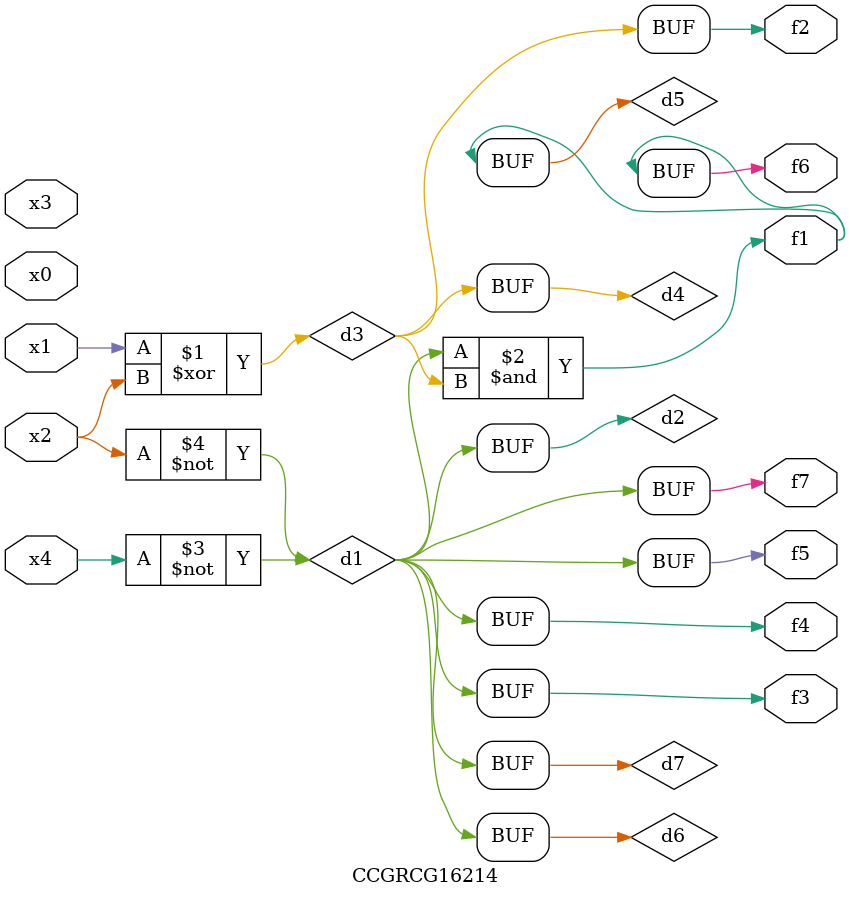
<source format=v>
module CCGRCG16214(
	input x0, x1, x2, x3, x4,
	output f1, f2, f3, f4, f5, f6, f7
);

	wire d1, d2, d3, d4, d5, d6, d7;

	not (d1, x4);
	not (d2, x2);
	xor (d3, x1, x2);
	buf (d4, d3);
	and (d5, d1, d3);
	buf (d6, d1, d2);
	buf (d7, d2);
	assign f1 = d5;
	assign f2 = d4;
	assign f3 = d7;
	assign f4 = d7;
	assign f5 = d7;
	assign f6 = d5;
	assign f7 = d7;
endmodule

</source>
